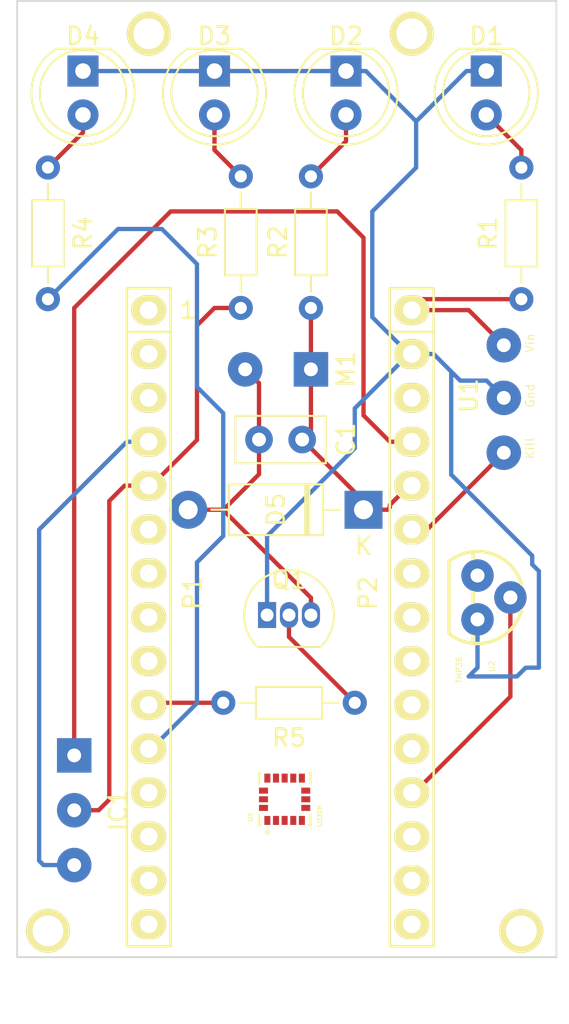
<source format=kicad_pcb>
(kicad_pcb (version 20171130) (host pcbnew "(5.0.2)-1")

  (general
    (thickness 1.6)
    (drawings 20)
    (tracks 106)
    (zones 0)
    (modules 23)
    (nets 49)
  )

  (page A4)
  (title_block
    (date "jeu. 02 avril 2015")
  )

  (layers
    (0 F.Cu signal)
    (31 B.Cu signal)
    (32 B.Adhes user)
    (33 F.Adhes user)
    (34 B.Paste user)
    (35 F.Paste user)
    (36 B.SilkS user)
    (37 F.SilkS user)
    (38 B.Mask user)
    (39 F.Mask user)
    (40 Dwgs.User user)
    (41 Cmts.User user)
    (42 Eco1.User user)
    (43 Eco2.User user)
    (44 Edge.Cuts user)
    (45 Margin user)
    (46 B.CrtYd user)
    (47 F.CrtYd user)
    (48 B.Fab user)
    (49 F.Fab user)
  )

  (setup
    (last_trace_width 0.25)
    (trace_clearance 0.2)
    (zone_clearance 0.508)
    (zone_45_only no)
    (trace_min 0.2)
    (segment_width 0.15)
    (edge_width 0.1)
    (via_size 0.6)
    (via_drill 0.4)
    (via_min_size 0.4)
    (via_min_drill 0.3)
    (uvia_size 0.3)
    (uvia_drill 0.1)
    (uvias_allowed no)
    (uvia_min_size 0.2)
    (uvia_min_drill 0.1)
    (pcb_text_width 0.3)
    (pcb_text_size 1.5 1.5)
    (mod_edge_width 0.15)
    (mod_text_size 1 1)
    (mod_text_width 0.15)
    (pad_size 1.5 1.5)
    (pad_drill 0.6)
    (pad_to_mask_clearance 0)
    (solder_mask_min_width 0.25)
    (aux_axis_origin 138.176 110.617)
    (visible_elements 7FFFFFFF)
    (pcbplotparams
      (layerselection 0x00030_80000001)
      (usegerberextensions false)
      (usegerberattributes false)
      (usegerberadvancedattributes false)
      (creategerberjobfile false)
      (excludeedgelayer true)
      (linewidth 0.100000)
      (plotframeref false)
      (viasonmask false)
      (mode 1)
      (useauxorigin false)
      (hpglpennumber 1)
      (hpglpenspeed 20)
      (hpglpendiameter 15.000000)
      (psnegative false)
      (psa4output false)
      (plotreference true)
      (plotvalue true)
      (plotinvisibletext false)
      (padsonsilk false)
      (subtractmaskfromsilk false)
      (outputformat 1)
      (mirror false)
      (drillshape 1)
      (scaleselection 1)
      (outputdirectory ""))
  )

  (net 0 "")
  (net 1 "/1(Tx)")
  (net 2 "/0(Rx)")
  (net 3 /Reset)
  (net 4 GND)
  (net 5 /2)
  (net 6 "/3(**)")
  (net 7 /4)
  (net 8 "/5(**)")
  (net 9 "/6(**)")
  (net 10 /7)
  (net 11 /8)
  (net 12 "/9(**)")
  (net 13 "/10(**/SS)")
  (net 14 /Vin)
  (net 15 +5V)
  (net 16 /A7)
  (net 17 /A6)
  (net 18 /A5)
  (net 19 /A4)
  (net 20 /A3)
  (net 21 /A2)
  (net 22 /A1)
  (net 23 /A0)
  (net 24 /AREF)
  (net 25 "/13(SCK)")
  (net 26 "Net-(P3-Pad1)")
  (net 27 "Net-(P4-Pad1)")
  (net 28 "Net-(P5-Pad1)")
  (net 29 "Net-(P6-Pad1)")
  (net 30 +3V3)
  (net 31 "/11(**/MOSI)")
  (net 32 "/12(MISO)")
  (net 33 "Net-(C1-Pad2)")
  (net 34 "Net-(D1-Pad2)")
  (net 35 "Net-(D2-Pad2)")
  (net 36 "Net-(D3-Pad2)")
  (net 37 "Net-(D4-Pad2)")
  (net 38 "Net-(Q1-Pad2)")
  (net 39 "Net-(U3-Pad1)")
  (net 40 "Net-(U3-Pad7)")
  (net 41 "Net-(U3-Pad8)")
  (net 42 "Net-(U3-Pad9)")
  (net 43 "Net-(U3-Pad10)")
  (net 44 "Net-(U3-Pad11)")
  (net 45 "Net-(U3-Pad12)")
  (net 46 "Net-(U3-Pad13)")
  (net 47 "Net-(U3-Pad15)")
  (net 48 "Net-(U3-Pad16)")

  (net_class Default "This is the default net class."
    (clearance 0.2)
    (trace_width 0.25)
    (via_dia 0.6)
    (via_drill 0.4)
    (uvia_dia 0.3)
    (uvia_drill 0.1)
    (add_net +3V3)
    (add_net +5V)
    (add_net "/0(Rx)")
    (add_net "/1(Tx)")
    (add_net "/10(**/SS)")
    (add_net "/11(**/MOSI)")
    (add_net "/12(MISO)")
    (add_net "/13(SCK)")
    (add_net /2)
    (add_net "/3(**)")
    (add_net /4)
    (add_net "/5(**)")
    (add_net "/6(**)")
    (add_net /7)
    (add_net /8)
    (add_net "/9(**)")
    (add_net /A0)
    (add_net /A1)
    (add_net /A2)
    (add_net /A3)
    (add_net /A4)
    (add_net /A5)
    (add_net /A6)
    (add_net /A7)
    (add_net /AREF)
    (add_net /Reset)
    (add_net /Vin)
    (add_net GND)
    (add_net "Net-(C1-Pad2)")
    (add_net "Net-(D1-Pad2)")
    (add_net "Net-(D2-Pad2)")
    (add_net "Net-(D3-Pad2)")
    (add_net "Net-(D4-Pad2)")
    (add_net "Net-(P3-Pad1)")
    (add_net "Net-(P4-Pad1)")
    (add_net "Net-(P5-Pad1)")
    (add_net "Net-(P6-Pad1)")
    (add_net "Net-(Q1-Pad2)")
    (add_net "Net-(U3-Pad1)")
    (add_net "Net-(U3-Pad10)")
    (add_net "Net-(U3-Pad11)")
    (add_net "Net-(U3-Pad12)")
    (add_net "Net-(U3-Pad13)")
    (add_net "Net-(U3-Pad15)")
    (add_net "Net-(U3-Pad16)")
    (add_net "Net-(U3-Pad7)")
    (add_net "Net-(U3-Pad8)")
    (add_net "Net-(U3-Pad9)")
  )

  (module LIS3DH:PQFN50P300X300X100-16N (layer F.Cu) (tedit 0) (tstamp 5C58D425)
    (at 153.416 101.473 90)
    (path /5C4B9E27)
    (attr smd)
    (fp_text reference U3 (at -1.04153 -1.97664 90) (layer F.SilkS)
      (effects (font (size 0.240029 0.240029) (thickness 0.05)))
    )
    (fp_text value LIS3DH (at -0.968505 2.02965 90) (layer F.SilkS)
      (effects (font (size 0.240124 0.240124) (thickness 0.05)))
    )
    (fp_line (start -1.5 -1.5) (end 1.5 -1.5) (layer Dwgs.User) (width 0.127))
    (fp_line (start 1.5 -1.5) (end 1.5 1.5) (layer Dwgs.User) (width 0.127))
    (fp_line (start 1.5 1.5) (end -1.5 1.5) (layer Dwgs.User) (width 0.127))
    (fp_line (start -1.5 1.5) (end -1.5 -1.5) (layer Dwgs.User) (width 0.127))
    (fp_line (start -1.775 -1.775) (end 1.775 -1.775) (layer Eco1.User) (width 0.05))
    (fp_line (start 1.775 -1.775) (end 1.775 1.775) (layer Eco1.User) (width 0.05))
    (fp_line (start 1.775 1.775) (end -1.775 1.775) (layer Eco1.User) (width 0.05))
    (fp_line (start -1.775 1.775) (end -1.775 -1.775) (layer Eco1.User) (width 0.05))
    (fp_circle (center -1.903 -0.98) (end -1.803 -0.98) (layer F.SilkS) (width 0.1))
    (fp_line (start -1.5 -1.4) (end -1.5 -1.5) (layer F.SilkS) (width 0.127))
    (fp_line (start -1.5 -1.5) (end -0.9 -1.5) (layer F.SilkS) (width 0.127))
    (fp_line (start 0.9 -1.5) (end 1.5 -1.5) (layer F.SilkS) (width 0.127))
    (fp_line (start 1.5 -1.5) (end 1.5 -1.4) (layer F.SilkS) (width 0.127))
    (fp_line (start -1.5 1.4) (end -1.5 1.5) (layer F.SilkS) (width 0.127))
    (fp_line (start -1.5 1.5) (end -0.9 1.5) (layer F.SilkS) (width 0.127))
    (fp_line (start 0.9 1.5) (end 1.5 1.5) (layer F.SilkS) (width 0.127))
    (fp_line (start 1.5 1.5) (end 1.5 1.4) (layer F.SilkS) (width 0.127))
    (pad 1 smd rect (at -1.225 -1 90) (size 0.52 0.35) (layers F.Cu F.Paste F.Mask)
      (net 39 "Net-(U3-Pad1)"))
    (pad 2 smd rect (at -1.225 -0.5 90) (size 0.52 0.35) (layers F.Cu F.Paste F.Mask))
    (pad 3 smd rect (at -1.225 0 90) (size 0.52 0.35) (layers F.Cu F.Paste F.Mask))
    (pad 4 smd rect (at -1.225 0.5 90) (size 0.52 0.35) (layers F.Cu F.Paste F.Mask)
      (net 18 /A5))
    (pad 5 smd rect (at -1.225 1 90) (size 0.52 0.35) (layers F.Cu F.Paste F.Mask)
      (net 4 GND))
    (pad 6 smd rect (at -0.5 1.225 180) (size 0.52 0.35) (layers F.Cu F.Paste F.Mask)
      (net 19 /A4))
    (pad 7 smd rect (at 0 1.225 180) (size 0.52 0.35) (layers F.Cu F.Paste F.Mask)
      (net 40 "Net-(U3-Pad7)"))
    (pad 8 smd rect (at 0.5 1.225 180) (size 0.52 0.35) (layers F.Cu F.Paste F.Mask)
      (net 41 "Net-(U3-Pad8)"))
    (pad 9 smd rect (at 1.225 1 270) (size 0.52 0.35) (layers F.Cu F.Paste F.Mask)
      (net 42 "Net-(U3-Pad9)"))
    (pad 10 smd rect (at 1.225 0.5 270) (size 0.52 0.35) (layers F.Cu F.Paste F.Mask)
      (net 43 "Net-(U3-Pad10)"))
    (pad 11 smd rect (at 1.225 0 270) (size 0.52 0.35) (layers F.Cu F.Paste F.Mask)
      (net 44 "Net-(U3-Pad11)"))
    (pad 12 smd rect (at 1.225 -0.5 270) (size 0.52 0.35) (layers F.Cu F.Paste F.Mask)
      (net 45 "Net-(U3-Pad12)"))
    (pad 13 smd rect (at 1.225 -1 270) (size 0.52 0.35) (layers F.Cu F.Paste F.Mask)
      (net 46 "Net-(U3-Pad13)"))
    (pad 14 smd rect (at 0.5 -1.225 180) (size 0.52 0.35) (layers F.Cu F.Paste F.Mask)
      (net 15 +5V))
    (pad 15 smd rect (at 0 -1.225 180) (size 0.52 0.35) (layers F.Cu F.Paste F.Mask)
      (net 47 "Net-(U3-Pad15)"))
    (pad 16 smd rect (at -0.5 -1.225 180) (size 0.52 0.35) (layers F.Cu F.Paste F.Mask)
      (net 48 "Net-(U3-Pad16)"))
  )

  (module 1400:SolderWirePad_3holes_1x03_P3.175mm_Drill0.8mm (layer F.Cu) (tedit 5C4CDA28) (tstamp 5C58D3E5)
    (at 166.116 75.057 270)
    (descr "Wire solder connection")
    (tags connector)
    (path /5C4D7E3E)
    (attr virtual)
    (fp_text reference U1 (at 3.048 2.032 270) (layer F.SilkS)
      (effects (font (size 1 1) (thickness 0.15)))
    )
    (fp_text value SW_PWR_BTN (at 3.175 2.54 270) (layer F.Fab)
      (effects (font (size 1 1) (thickness 0.15)))
    )
    (fp_text user %R (at 3.175 0 270) (layer F.Fab)
      (effects (font (size 1 1) (thickness 0.15)))
    )
    (fp_line (start -1.49 -1.5) (end 7.85 -1.5) (layer F.CrtYd) (width 0.05))
    (fp_line (start -1.49 -1.5) (end -1.49 1.5) (layer F.CrtYd) (width 0.05))
    (fp_line (start 7.85 1.5) (end 7.85 -1.5) (layer F.CrtYd) (width 0.05))
    (fp_line (start 7.85 1.5) (end -1.49 1.5) (layer F.CrtYd) (width 0.05))
    (fp_text user Vin (at 0 -1.524 270) (layer F.SilkS)
      (effects (font (size 0.5 0.5) (thickness 0.065)))
    )
    (fp_text user Gnd (at 3.048 -1.524 270) (layer F.SilkS)
      (effects (font (size 0.5 0.5) (thickness 0.065)))
    )
    (fp_text user Kill (at 6.096 -1.524 270) (layer F.SilkS)
      (effects (font (size 0.5 0.5) (thickness 0.065)))
    )
    (pad 3 thru_hole circle (at 3.175 0 270) (size 1.99898 1.99898) (drill 0.8001) (layers *.Cu *.Mask)
      (net 4 GND))
    (pad 4 thru_hole circle (at 6.35 0 270) (size 1.99898 1.99898) (drill 0.8001) (layers *.Cu *.Mask)
      (net 17 /A6))
    (pad 2 thru_hole circle (at 0.127 0 270) (size 1.99898 1.99898) (drill 0.8001) (layers *.Cu *.Mask)
      (net 14 /Vin))
  )

  (module MB1010:SolderWirePad_1x03_P3.175mm_Drill0.8mm (layer F.Cu) (tedit 5C4CC8D2) (tstamp 5C58D3C1)
    (at 141.224 98.933 270)
    (descr "Wire solder connection")
    (tags connector)
    (path /5C435EDE)
    (attr virtual)
    (fp_text reference IC1 (at 3.175 -2.54 270) (layer F.SilkS)
      (effects (font (size 1 1) (thickness 0.15)))
    )
    (fp_text value MB1010-000 (at 3.175 2.54 270) (layer F.Fab)
      (effects (font (size 1 1) (thickness 0.15)))
    )
    (fp_text user %R (at 3.175 0 270) (layer F.Fab)
      (effects (font (size 1 1) (thickness 0.15)))
    )
    (fp_line (start -1.49 -1.5) (end 7.85 -1.5) (layer F.CrtYd) (width 0.05))
    (fp_line (start -1.49 -1.5) (end -1.49 1.5) (layer F.CrtYd) (width 0.05))
    (fp_line (start 7.85 1.5) (end 7.85 -1.5) (layer F.CrtYd) (width 0.05))
    (fp_line (start 7.85 1.5) (end -1.49 1.5) (layer F.CrtYd) (width 0.05))
    (pad 6 thru_hole rect (at 0 0 270) (size 1.99898 1.99898) (drill 0.8001) (layers *.Cu *.Mask)
      (net 15 +5V))
    (pad 2 thru_hole circle (at 3.175 0 270) (size 1.99898 1.99898) (drill 0.8001) (layers *.Cu *.Mask)
      (net 5 /2))
    (pad 7 thru_hole circle (at 6.35 0 270) (size 1.99898 1.99898) (drill 0.8001) (layers *.Cu *.Mask)
      (net 4 GND))
  )

  (module TMP36:TO-92 (layer F.Cu) (tedit 0) (tstamp 5C58D4D0)
    (at 164.592 89.789 270)
    (descr "<b>TO 92</b>")
    (path /5C4BDF96)
    (fp_text reference U2 (at 3.98836 -0.838318 270) (layer F.SilkS)
      (effects (font (size 0.320045 0.320045) (thickness 0.05)))
    )
    (fp_text value TMP36 (at 4.19641 1.06818 270) (layer F.SilkS)
      (effects (font (size 0.320413 0.320413) (thickness 0.05)))
    )
    (fp_arc (start -0.000001 0.000003) (end -0.7863 -2.5485) (angle -111) (layer F.SilkS) (width 0.2032))
    (fp_arc (start 0.000012 0.000011) (end 2.0945 1.651) (angle -111.1) (layer F.SilkS) (width 0.2032))
    (fp_line (start -2.0945 1.651) (end 2.0945 1.651) (layer F.SilkS) (width 0.2032))
    (fp_line (start -2.6549 0.254) (end -2.2537 0.254) (layer F.SilkS) (width 0.2032))
    (fp_line (start -0.2863 0.254) (end 0.2863 0.254) (layer F.SilkS) (width 0.2032))
    (fp_line (start 2.2537 0.254) (end 2.6549 0.254) (layer F.SilkS) (width 0.2032))
    (pad 3 thru_hole circle (at 1.27 0 270) (size 1.8796 1.8796) (drill 0.8128) (layers *.Cu *.Mask)
      (net 4 GND))
    (pad 2 thru_hole circle (at 0 -1.905 270) (size 1.8796 1.8796) (drill 0.8128) (layers *.Cu *.Mask)
      (net 23 /A0))
    (pad 1 thru_hole circle (at -1.27 0 270) (size 1.8796 1.8796) (drill 0.8128) (layers *.Cu *.Mask)
      (net 15 +5V))
  )

  (module Socket_Arduino_Nano:Socket_Strip_Arduino_1x15 (layer F.Cu) (tedit 552169C6) (tstamp 5C58D48A)
    (at 145.542 73.152 270)
    (descr "Through hole socket strip")
    (tags "socket strip")
    (path /56D73FAC)
    (fp_text reference P1 (at 16.383 -2.54 270) (layer F.SilkS)
      (effects (font (size 1 1) (thickness 0.15)))
    )
    (fp_text value Digital (at 20.193 -2.54 270) (layer F.Fab)
      (effects (font (size 1 1) (thickness 0.15)))
    )
    (fp_line (start 1.27 -1.27) (end -1.27 -1.27) (layer F.SilkS) (width 0.15))
    (fp_line (start -1.27 -1.27) (end -1.27 1.27) (layer F.SilkS) (width 0.15))
    (fp_line (start -1.27 1.27) (end 1.27 1.27) (layer F.SilkS) (width 0.15))
    (fp_line (start -1.75 -1.75) (end -1.75 1.75) (layer F.CrtYd) (width 0.05))
    (fp_line (start 37.35 -1.75) (end 37.35 1.75) (layer F.CrtYd) (width 0.05))
    (fp_line (start -1.75 -1.75) (end 37.35 -1.75) (layer F.CrtYd) (width 0.05))
    (fp_line (start -1.75 1.75) (end 37.35 1.75) (layer F.CrtYd) (width 0.05))
    (fp_line (start 1.27 -1.27) (end 36.83 -1.27) (layer F.SilkS) (width 0.15))
    (fp_line (start 36.83 -1.27) (end 36.83 1.27) (layer F.SilkS) (width 0.15))
    (fp_line (start 36.83 1.27) (end 1.27 1.27) (layer F.SilkS) (width 0.15))
    (fp_line (start 1.27 1.27) (end 1.27 -1.27) (layer F.SilkS) (width 0.15))
    (pad 1 thru_hole oval (at 0 0 270) (size 1.7272 2.032) (drill 1.016) (layers *.Cu *.Mask F.SilkS)
      (net 1 "/1(Tx)"))
    (pad 2 thru_hole oval (at 2.54 0 270) (size 1.7272 2.032) (drill 1.016) (layers *.Cu *.Mask F.SilkS)
      (net 2 "/0(Rx)"))
    (pad 3 thru_hole oval (at 5.08 0 270) (size 1.7272 2.032) (drill 1.016) (layers *.Cu *.Mask F.SilkS)
      (net 3 /Reset))
    (pad 4 thru_hole oval (at 7.62 0 270) (size 1.7272 2.032) (drill 1.016) (layers *.Cu *.Mask F.SilkS)
      (net 4 GND))
    (pad 5 thru_hole oval (at 10.16 0 270) (size 1.7272 2.032) (drill 1.016) (layers *.Cu *.Mask F.SilkS)
      (net 5 /2))
    (pad 6 thru_hole oval (at 12.7 0 270) (size 1.7272 2.032) (drill 1.016) (layers *.Cu *.Mask F.SilkS)
      (net 6 "/3(**)"))
    (pad 7 thru_hole oval (at 15.24 0 270) (size 1.7272 2.032) (drill 1.016) (layers *.Cu *.Mask F.SilkS)
      (net 7 /4))
    (pad 8 thru_hole oval (at 17.78 0 270) (size 1.7272 2.032) (drill 1.016) (layers *.Cu *.Mask F.SilkS)
      (net 8 "/5(**)"))
    (pad 9 thru_hole oval (at 20.32 0 270) (size 1.7272 2.032) (drill 1.016) (layers *.Cu *.Mask F.SilkS)
      (net 9 "/6(**)"))
    (pad 10 thru_hole oval (at 22.86 0 270) (size 1.7272 2.032) (drill 1.016) (layers *.Cu *.Mask F.SilkS)
      (net 10 /7))
    (pad 11 thru_hole oval (at 25.4 0 270) (size 1.7272 2.032) (drill 1.016) (layers *.Cu *.Mask F.SilkS)
      (net 11 /8))
    (pad 12 thru_hole oval (at 27.94 0 270) (size 1.7272 2.032) (drill 1.016) (layers *.Cu *.Mask F.SilkS)
      (net 12 "/9(**)"))
    (pad 13 thru_hole oval (at 30.48 0 270) (size 1.7272 2.032) (drill 1.016) (layers *.Cu *.Mask F.SilkS)
      (net 13 "/10(**/SS)"))
    (pad 14 thru_hole oval (at 33.02 0 270) (size 1.7272 2.032) (drill 1.016) (layers *.Cu *.Mask F.SilkS)
      (net 31 "/11(**/MOSI)"))
    (pad 15 thru_hole oval (at 35.56 0 270) (size 1.7272 2.032) (drill 1.016) (layers *.Cu *.Mask F.SilkS)
      (net 32 "/12(MISO)"))
    (model ${KIPRJMOD}/Socket_Arduino_Nano.3dshapes/Socket_header_Arduino_1x15.wrl
      (offset (xyz 17.77999973297119 0 0))
      (scale (xyz 1 1 1))
      (rotate (xyz 0 0 180))
    )
  )

  (module Socket_Arduino_Nano:Socket_Strip_Arduino_1x15 (layer F.Cu) (tedit 552169D3) (tstamp 5C58D2DA)
    (at 160.782 73.152 270)
    (descr "Through hole socket strip")
    (tags "socket strip")
    (path /56D740C7)
    (fp_text reference P2 (at 16.383 2.54 270) (layer F.SilkS)
      (effects (font (size 1 1) (thickness 0.15)))
    )
    (fp_text value Analog (at 20.193 2.54 270) (layer F.Fab)
      (effects (font (size 1 1) (thickness 0.15)))
    )
    (fp_line (start 1.27 -1.27) (end -1.27 -1.27) (layer F.SilkS) (width 0.15))
    (fp_line (start -1.27 -1.27) (end -1.27 1.27) (layer F.SilkS) (width 0.15))
    (fp_line (start -1.27 1.27) (end 1.27 1.27) (layer F.SilkS) (width 0.15))
    (fp_line (start -1.75 -1.75) (end -1.75 1.75) (layer F.CrtYd) (width 0.05))
    (fp_line (start 37.35 -1.75) (end 37.35 1.75) (layer F.CrtYd) (width 0.05))
    (fp_line (start -1.75 -1.75) (end 37.35 -1.75) (layer F.CrtYd) (width 0.05))
    (fp_line (start -1.75 1.75) (end 37.35 1.75) (layer F.CrtYd) (width 0.05))
    (fp_line (start 1.27 -1.27) (end 36.83 -1.27) (layer F.SilkS) (width 0.15))
    (fp_line (start 36.83 -1.27) (end 36.83 1.27) (layer F.SilkS) (width 0.15))
    (fp_line (start 36.83 1.27) (end 1.27 1.27) (layer F.SilkS) (width 0.15))
    (fp_line (start 1.27 1.27) (end 1.27 -1.27) (layer F.SilkS) (width 0.15))
    (pad 1 thru_hole oval (at 0 0 270) (size 1.7272 2.032) (drill 1.016) (layers *.Cu *.Mask F.SilkS)
      (net 14 /Vin))
    (pad 2 thru_hole oval (at 2.54 0 270) (size 1.7272 2.032) (drill 1.016) (layers *.Cu *.Mask F.SilkS)
      (net 4 GND))
    (pad 3 thru_hole oval (at 5.08 0 270) (size 1.7272 2.032) (drill 1.016) (layers *.Cu *.Mask F.SilkS)
      (net 3 /Reset))
    (pad 4 thru_hole oval (at 7.62 0 270) (size 1.7272 2.032) (drill 1.016) (layers *.Cu *.Mask F.SilkS)
      (net 15 +5V))
    (pad 5 thru_hole oval (at 10.16 0 270) (size 1.7272 2.032) (drill 1.016) (layers *.Cu *.Mask F.SilkS)
      (net 16 /A7))
    (pad 6 thru_hole oval (at 12.7 0 270) (size 1.7272 2.032) (drill 1.016) (layers *.Cu *.Mask F.SilkS)
      (net 17 /A6))
    (pad 7 thru_hole oval (at 15.24 0 270) (size 1.7272 2.032) (drill 1.016) (layers *.Cu *.Mask F.SilkS)
      (net 18 /A5))
    (pad 8 thru_hole oval (at 17.78 0 270) (size 1.7272 2.032) (drill 1.016) (layers *.Cu *.Mask F.SilkS)
      (net 19 /A4))
    (pad 9 thru_hole oval (at 20.32 0 270) (size 1.7272 2.032) (drill 1.016) (layers *.Cu *.Mask F.SilkS)
      (net 20 /A3))
    (pad 10 thru_hole oval (at 22.86 0 270) (size 1.7272 2.032) (drill 1.016) (layers *.Cu *.Mask F.SilkS)
      (net 21 /A2))
    (pad 11 thru_hole oval (at 25.4 0 270) (size 1.7272 2.032) (drill 1.016) (layers *.Cu *.Mask F.SilkS)
      (net 22 /A1))
    (pad 12 thru_hole oval (at 27.94 0 270) (size 1.7272 2.032) (drill 1.016) (layers *.Cu *.Mask F.SilkS)
      (net 23 /A0))
    (pad 13 thru_hole oval (at 30.48 0 270) (size 1.7272 2.032) (drill 1.016) (layers *.Cu *.Mask F.SilkS)
      (net 24 /AREF))
    (pad 14 thru_hole oval (at 33.02 0 270) (size 1.7272 2.032) (drill 1.016) (layers *.Cu *.Mask F.SilkS)
      (net 30 +3V3))
    (pad 15 thru_hole oval (at 35.56 0 270) (size 1.7272 2.032) (drill 1.016) (layers *.Cu *.Mask F.SilkS)
      (net 25 "/13(SCK)"))
    (model ${KIPRJMOD}/Socket_Arduino_Nano.3dshapes/Socket_header_Arduino_1x15.wrl
      (offset (xyz 17.77999973297119 0 0))
      (scale (xyz 1 1 1))
      (rotate (xyz 0 0 180))
    )
  )

  (module Socket_Arduino_Nano:1pin_Nano (layer F.Cu) (tedit 5521156E) (tstamp 5C58D05A)
    (at 145.542 57.15)
    (descr "module 1 pin (ou trou mecanique de percage)")
    (tags DEV)
    (path /56D73ADD)
    (fp_text reference P3 (at 0 -2.032) (layer F.SilkS) hide
      (effects (font (size 1 1) (thickness 0.15)))
    )
    (fp_text value CONN_01X01 (at 0 2.032) (layer F.Fab) hide
      (effects (font (size 1 1) (thickness 0.15)))
    )
    (pad 1 thru_hole circle (at 0 0) (size 2.54 2.54) (drill 1.778) (layers *.Cu *.Mask F.SilkS)
      (net 26 "Net-(P3-Pad1)"))
  )

  (module Socket_Arduino_Nano:1pin_Nano (layer F.Cu) (tedit 55211594) (tstamp 5C58D0B4)
    (at 139.7 109.093)
    (descr "module 1 pin (ou trou mecanique de percage)")
    (tags DEV)
    (path /56D73D86)
    (fp_text reference P4 (at 0 -2.032) (layer F.SilkS) hide
      (effects (font (size 1 1) (thickness 0.15)))
    )
    (fp_text value CONN_01X01 (at 0 2.032) (layer F.Fab) hide
      (effects (font (size 1 1) (thickness 0.15)))
    )
    (pad 1 thru_hole circle (at 0 0) (size 2.54 2.54) (drill 1.778) (layers *.Cu *.Mask F.SilkS)
      (net 27 "Net-(P4-Pad1)"))
  )

  (module Socket_Arduino_Nano:1pin_Nano (layer F.Cu) (tedit 552115A5) (tstamp 5C58D27F)
    (at 167.132 109.093)
    (descr "module 1 pin (ou trou mecanique de percage)")
    (tags DEV)
    (path /56D73DAE)
    (fp_text reference P5 (at 0 -2.032) (layer F.SilkS) hide
      (effects (font (size 1 1) (thickness 0.15)))
    )
    (fp_text value CONN_01X01 (at 0 2.032) (layer F.Fab) hide
      (effects (font (size 1 1) (thickness 0.15)))
    )
    (pad 1 thru_hole circle (at 0 0) (size 2.54 2.54) (drill 1.778) (layers *.Cu *.Mask F.SilkS)
      (net 28 "Net-(P5-Pad1)"))
  )

  (module Socket_Arduino_Nano:1pin_Nano (layer F.Cu) (tedit 552115BD) (tstamp 5C58D0A8)
    (at 160.782 57.15)
    (descr "module 1 pin (ou trou mecanique de percage)")
    (tags DEV)
    (path /56D73DD9)
    (fp_text reference P6 (at 0 -2.032) (layer F.SilkS) hide
      (effects (font (size 1 1) (thickness 0.15)))
    )
    (fp_text value CONN_01X01 (at 0 2.032) (layer F.Fab) hide
      (effects (font (size 1 1) (thickness 0.15)))
    )
    (pad 1 thru_hole circle (at 0 0) (size 2.54 2.54) (drill 1.778) (layers *.Cu *.Mask F.SilkS)
      (net 29 "Net-(P6-Pad1)"))
  )

  (module Capacitor_THT:C_Disc_D5.0mm_W2.5mm_P2.50mm (layer F.Cu) (tedit 5AE50EF0) (tstamp 5C58D299)
    (at 154.432 80.645 180)
    (descr "C, Disc series, Radial, pin pitch=2.50mm, , diameter*width=5*2.5mm^2, Capacitor, http://cdn-reichelt.de/documents/datenblatt/B300/DS_KERKO_TC.pdf")
    (tags "C Disc series Radial pin pitch 2.50mm  diameter 5mm width 2.5mm Capacitor")
    (path /5C400F3A)
    (fp_text reference C1 (at -2.54 0 270) (layer F.SilkS)
      (effects (font (size 1 1) (thickness 0.15)))
    )
    (fp_text value "0.1 uF" (at 1.25 2.5 180) (layer F.Fab)
      (effects (font (size 1 1) (thickness 0.15)))
    )
    (fp_line (start -1.25 -1.25) (end -1.25 1.25) (layer F.Fab) (width 0.1))
    (fp_line (start -1.25 1.25) (end 3.75 1.25) (layer F.Fab) (width 0.1))
    (fp_line (start 3.75 1.25) (end 3.75 -1.25) (layer F.Fab) (width 0.1))
    (fp_line (start 3.75 -1.25) (end -1.25 -1.25) (layer F.Fab) (width 0.1))
    (fp_line (start -1.37 -1.37) (end 3.87 -1.37) (layer F.SilkS) (width 0.12))
    (fp_line (start -1.37 1.37) (end 3.87 1.37) (layer F.SilkS) (width 0.12))
    (fp_line (start -1.37 -1.37) (end -1.37 1.37) (layer F.SilkS) (width 0.12))
    (fp_line (start 3.87 -1.37) (end 3.87 1.37) (layer F.SilkS) (width 0.12))
    (fp_line (start -1.5 -1.5) (end -1.5 1.5) (layer F.CrtYd) (width 0.05))
    (fp_line (start -1.5 1.5) (end 4 1.5) (layer F.CrtYd) (width 0.05))
    (fp_line (start 4 1.5) (end 4 -1.5) (layer F.CrtYd) (width 0.05))
    (fp_line (start 4 -1.5) (end -1.5 -1.5) (layer F.CrtYd) (width 0.05))
    (fp_text user %R (at 1.25 0 180) (layer F.Fab)
      (effects (font (size 1 1) (thickness 0.15)))
    )
    (pad 1 thru_hole circle (at 0 0 180) (size 1.6 1.6) (drill 0.8) (layers *.Cu *.Mask)
      (net 16 /A7))
    (pad 2 thru_hole circle (at 2.5 0 180) (size 1.6 1.6) (drill 0.8) (layers *.Cu *.Mask)
      (net 33 "Net-(C1-Pad2)"))
    (model ${KISYS3DMOD}/Capacitor_THT.3dshapes/C_Disc_D5.0mm_W2.5mm_P2.50mm.wrl
      (at (xyz 0 0 0))
      (scale (xyz 1 1 1))
      (rotate (xyz 0 0 0))
    )
  )

  (module LED_THT:LED_D5.0mm (layer F.Cu) (tedit 5995936A) (tstamp 5C58D10F)
    (at 165.1 59.309 270)
    (descr "LED, diameter 5.0mm, 2 pins, http://cdn-reichelt.de/documents/datenblatt/A500/LL-504BC2E-009.pdf")
    (tags "LED diameter 5.0mm 2 pins")
    (path /5C3DBD7B)
    (fp_text reference D1 (at -2.032 0) (layer F.SilkS)
      (effects (font (size 1 1) (thickness 0.15)))
    )
    (fp_text value PWR_GREEN (at 1.27 3.96 270) (layer F.Fab)
      (effects (font (size 1 1) (thickness 0.15)))
    )
    (fp_arc (start 1.27 0) (end -1.23 -1.469694) (angle 299.1) (layer F.Fab) (width 0.1))
    (fp_arc (start 1.27 0) (end -1.29 -1.54483) (angle 148.9) (layer F.SilkS) (width 0.12))
    (fp_arc (start 1.27 0) (end -1.29 1.54483) (angle -148.9) (layer F.SilkS) (width 0.12))
    (fp_circle (center 1.27 0) (end 3.77 0) (layer F.Fab) (width 0.1))
    (fp_circle (center 1.27 0) (end 3.77 0) (layer F.SilkS) (width 0.12))
    (fp_line (start -1.23 -1.469694) (end -1.23 1.469694) (layer F.Fab) (width 0.1))
    (fp_line (start -1.29 -1.545) (end -1.29 1.545) (layer F.SilkS) (width 0.12))
    (fp_line (start -1.95 -3.25) (end -1.95 3.25) (layer F.CrtYd) (width 0.05))
    (fp_line (start -1.95 3.25) (end 4.5 3.25) (layer F.CrtYd) (width 0.05))
    (fp_line (start 4.5 3.25) (end 4.5 -3.25) (layer F.CrtYd) (width 0.05))
    (fp_line (start 4.5 -3.25) (end -1.95 -3.25) (layer F.CrtYd) (width 0.05))
    (fp_text user %R (at 1.25 0 270) (layer F.Fab)
      (effects (font (size 0.8 0.8) (thickness 0.2)))
    )
    (pad 1 thru_hole rect (at 0 0 270) (size 1.8 1.8) (drill 0.9) (layers *.Cu *.Mask)
      (net 4 GND))
    (pad 2 thru_hole circle (at 2.54 0 270) (size 1.8 1.8) (drill 0.9) (layers *.Cu *.Mask)
      (net 34 "Net-(D1-Pad2)"))
    (model ${KISYS3DMOD}/LED_THT.3dshapes/LED_D5.0mm.wrl
      (at (xyz 0 0 0))
      (scale (xyz 1 1 1))
      (rotate (xyz 0 0 0))
    )
  )

  (module LED_THT:LED_D5.0mm (layer F.Cu) (tedit 5995936A) (tstamp 5C58D259)
    (at 156.972 59.309 270)
    (descr "LED, diameter 5.0mm, 2 pins, http://cdn-reichelt.de/documents/datenblatt/A500/LL-504BC2E-009.pdf")
    (tags "LED diameter 5.0mm 2 pins")
    (path /5C48AAE1)
    (fp_text reference D2 (at -2.032 0) (layer F.SilkS)
      (effects (font (size 1 1) (thickness 0.15)))
    )
    (fp_text value MTR_RED (at 1.27 3.96 270) (layer F.Fab)
      (effects (font (size 1 1) (thickness 0.15)))
    )
    (fp_text user %R (at 1.25 0 270) (layer F.Fab)
      (effects (font (size 0.8 0.8) (thickness 0.2)))
    )
    (fp_line (start 4.5 -3.25) (end -1.95 -3.25) (layer F.CrtYd) (width 0.05))
    (fp_line (start 4.5 3.25) (end 4.5 -3.25) (layer F.CrtYd) (width 0.05))
    (fp_line (start -1.95 3.25) (end 4.5 3.25) (layer F.CrtYd) (width 0.05))
    (fp_line (start -1.95 -3.25) (end -1.95 3.25) (layer F.CrtYd) (width 0.05))
    (fp_line (start -1.29 -1.545) (end -1.29 1.545) (layer F.SilkS) (width 0.12))
    (fp_line (start -1.23 -1.469694) (end -1.23 1.469694) (layer F.Fab) (width 0.1))
    (fp_circle (center 1.27 0) (end 3.77 0) (layer F.SilkS) (width 0.12))
    (fp_circle (center 1.27 0) (end 3.77 0) (layer F.Fab) (width 0.1))
    (fp_arc (start 1.27 0) (end -1.29 1.54483) (angle -148.9) (layer F.SilkS) (width 0.12))
    (fp_arc (start 1.27 0) (end -1.29 -1.54483) (angle 148.9) (layer F.SilkS) (width 0.12))
    (fp_arc (start 1.27 0) (end -1.23 -1.469694) (angle 299.1) (layer F.Fab) (width 0.1))
    (pad 2 thru_hole circle (at 2.54 0 270) (size 1.8 1.8) (drill 0.9) (layers *.Cu *.Mask)
      (net 35 "Net-(D2-Pad2)"))
    (pad 1 thru_hole rect (at 0 0 270) (size 1.8 1.8) (drill 0.9) (layers *.Cu *.Mask)
      (net 4 GND))
    (model ${KISYS3DMOD}/LED_THT.3dshapes/LED_D5.0mm.wrl
      (at (xyz 0 0 0))
      (scale (xyz 1 1 1))
      (rotate (xyz 0 0 0))
    )
  )

  (module LED_THT:LED_D5.0mm (layer F.Cu) (tedit 5995936A) (tstamp 5C58D034)
    (at 149.352 59.309 270)
    (descr "LED, diameter 5.0mm, 2 pins, http://cdn-reichelt.de/documents/datenblatt/A500/LL-504BC2E-009.pdf")
    (tags "LED diameter 5.0mm 2 pins")
    (path /5C48DC8A)
    (fp_text reference D3 (at -2.032 0) (layer F.SilkS)
      (effects (font (size 1 1) (thickness 0.15)))
    )
    (fp_text value USONIC_BLUE (at 1.27 3.96 270) (layer F.Fab)
      (effects (font (size 1 1) (thickness 0.15)))
    )
    (fp_arc (start 1.27 0) (end -1.23 -1.469694) (angle 299.1) (layer F.Fab) (width 0.1))
    (fp_arc (start 1.27 0) (end -1.29 -1.54483) (angle 148.9) (layer F.SilkS) (width 0.12))
    (fp_arc (start 1.27 0) (end -1.29 1.54483) (angle -148.9) (layer F.SilkS) (width 0.12))
    (fp_circle (center 1.27 0) (end 3.77 0) (layer F.Fab) (width 0.1))
    (fp_circle (center 1.27 0) (end 3.77 0) (layer F.SilkS) (width 0.12))
    (fp_line (start -1.23 -1.469694) (end -1.23 1.469694) (layer F.Fab) (width 0.1))
    (fp_line (start -1.29 -1.545) (end -1.29 1.545) (layer F.SilkS) (width 0.12))
    (fp_line (start -1.95 -3.25) (end -1.95 3.25) (layer F.CrtYd) (width 0.05))
    (fp_line (start -1.95 3.25) (end 4.5 3.25) (layer F.CrtYd) (width 0.05))
    (fp_line (start 4.5 3.25) (end 4.5 -3.25) (layer F.CrtYd) (width 0.05))
    (fp_line (start 4.5 -3.25) (end -1.95 -3.25) (layer F.CrtYd) (width 0.05))
    (fp_text user %R (at 1.25 0 270) (layer F.Fab)
      (effects (font (size 0.8 0.8) (thickness 0.2)))
    )
    (pad 1 thru_hole rect (at 0 0 270) (size 1.8 1.8) (drill 0.9) (layers *.Cu *.Mask)
      (net 4 GND))
    (pad 2 thru_hole circle (at 2.54 0 270) (size 1.8 1.8) (drill 0.9) (layers *.Cu *.Mask)
      (net 36 "Net-(D3-Pad2)"))
    (model ${KISYS3DMOD}/LED_THT.3dshapes/LED_D5.0mm.wrl
      (at (xyz 0 0 0))
      (scale (xyz 1 1 1))
      (rotate (xyz 0 0 0))
    )
  )

  (module LED_THT:LED_D5.0mm (layer F.Cu) (tedit 5995936A) (tstamp 5C58D66E)
    (at 141.732 59.309 270)
    (descr "LED, diameter 5.0mm, 2 pins, http://cdn-reichelt.de/documents/datenblatt/A500/LL-504BC2E-009.pdf")
    (tags "LED diameter 5.0mm 2 pins")
    (path /5C48F7B2)
    (fp_text reference D4 (at -2.032 0) (layer F.SilkS)
      (effects (font (size 1 1) (thickness 0.15)))
    )
    (fp_text value TEMP_YELLOW (at 1.27 3.96 270) (layer F.Fab)
      (effects (font (size 1 1) (thickness 0.15)))
    )
    (fp_text user %R (at 1.25 0 270) (layer F.Fab)
      (effects (font (size 0.8 0.8) (thickness 0.2)))
    )
    (fp_line (start 4.5 -3.25) (end -1.95 -3.25) (layer F.CrtYd) (width 0.05))
    (fp_line (start 4.5 3.25) (end 4.5 -3.25) (layer F.CrtYd) (width 0.05))
    (fp_line (start -1.95 3.25) (end 4.5 3.25) (layer F.CrtYd) (width 0.05))
    (fp_line (start -1.95 -3.25) (end -1.95 3.25) (layer F.CrtYd) (width 0.05))
    (fp_line (start -1.29 -1.545) (end -1.29 1.545) (layer F.SilkS) (width 0.12))
    (fp_line (start -1.23 -1.469694) (end -1.23 1.469694) (layer F.Fab) (width 0.1))
    (fp_circle (center 1.27 0) (end 3.77 0) (layer F.SilkS) (width 0.12))
    (fp_circle (center 1.27 0) (end 3.77 0) (layer F.Fab) (width 0.1))
    (fp_arc (start 1.27 0) (end -1.29 1.54483) (angle -148.9) (layer F.SilkS) (width 0.12))
    (fp_arc (start 1.27 0) (end -1.29 -1.54483) (angle 148.9) (layer F.SilkS) (width 0.12))
    (fp_arc (start 1.27 0) (end -1.23 -1.469694) (angle 299.1) (layer F.Fab) (width 0.1))
    (pad 2 thru_hole circle (at 2.54 0 270) (size 1.8 1.8) (drill 0.9) (layers *.Cu *.Mask)
      (net 37 "Net-(D4-Pad2)"))
    (pad 1 thru_hole rect (at 0 0 270) (size 1.8 1.8) (drill 0.9) (layers *.Cu *.Mask)
      (net 4 GND))
    (model ${KISYS3DMOD}/LED_THT.3dshapes/LED_D5.0mm.wrl
      (at (xyz 0 0 0))
      (scale (xyz 1 1 1))
      (rotate (xyz 0 0 0))
    )
  )

  (module Diode_THT:D_DO-41_SOD81_P10.16mm_Horizontal (layer F.Cu) (tedit 5AE50CD5) (tstamp 5C58D332)
    (at 157.988 84.709 180)
    (descr "Diode, DO-41_SOD81 series, Axial, Horizontal, pin pitch=10.16mm, , length*diameter=5.2*2.7mm^2, , http://www.diodes.com/_files/packages/DO-41%20(Plastic).pdf")
    (tags "Diode DO-41_SOD81 series Axial Horizontal pin pitch 10.16mm  length 5.2mm diameter 2.7mm")
    (path /5C401C11)
    (fp_text reference D5 (at 5.08 0 270) (layer F.SilkS)
      (effects (font (size 1 1) (thickness 0.15)))
    )
    (fp_text value 1N4001 (at 5.08 2.47 180) (layer F.Fab)
      (effects (font (size 1 1) (thickness 0.15)))
    )
    (fp_line (start 2.48 -1.35) (end 2.48 1.35) (layer F.Fab) (width 0.1))
    (fp_line (start 2.48 1.35) (end 7.68 1.35) (layer F.Fab) (width 0.1))
    (fp_line (start 7.68 1.35) (end 7.68 -1.35) (layer F.Fab) (width 0.1))
    (fp_line (start 7.68 -1.35) (end 2.48 -1.35) (layer F.Fab) (width 0.1))
    (fp_line (start 0 0) (end 2.48 0) (layer F.Fab) (width 0.1))
    (fp_line (start 10.16 0) (end 7.68 0) (layer F.Fab) (width 0.1))
    (fp_line (start 3.26 -1.35) (end 3.26 1.35) (layer F.Fab) (width 0.1))
    (fp_line (start 3.36 -1.35) (end 3.36 1.35) (layer F.Fab) (width 0.1))
    (fp_line (start 3.16 -1.35) (end 3.16 1.35) (layer F.Fab) (width 0.1))
    (fp_line (start 2.36 -1.47) (end 2.36 1.47) (layer F.SilkS) (width 0.12))
    (fp_line (start 2.36 1.47) (end 7.8 1.47) (layer F.SilkS) (width 0.12))
    (fp_line (start 7.8 1.47) (end 7.8 -1.47) (layer F.SilkS) (width 0.12))
    (fp_line (start 7.8 -1.47) (end 2.36 -1.47) (layer F.SilkS) (width 0.12))
    (fp_line (start 1.34 0) (end 2.36 0) (layer F.SilkS) (width 0.12))
    (fp_line (start 8.82 0) (end 7.8 0) (layer F.SilkS) (width 0.12))
    (fp_line (start 3.26 -1.47) (end 3.26 1.47) (layer F.SilkS) (width 0.12))
    (fp_line (start 3.38 -1.47) (end 3.38 1.47) (layer F.SilkS) (width 0.12))
    (fp_line (start 3.14 -1.47) (end 3.14 1.47) (layer F.SilkS) (width 0.12))
    (fp_line (start -1.35 -1.6) (end -1.35 1.6) (layer F.CrtYd) (width 0.05))
    (fp_line (start -1.35 1.6) (end 11.51 1.6) (layer F.CrtYd) (width 0.05))
    (fp_line (start 11.51 1.6) (end 11.51 -1.6) (layer F.CrtYd) (width 0.05))
    (fp_line (start 11.51 -1.6) (end -1.35 -1.6) (layer F.CrtYd) (width 0.05))
    (fp_text user %R (at 5.47 0 180) (layer F.Fab)
      (effects (font (size 1 1) (thickness 0.15)))
    )
    (fp_text user K (at 0 -2.1 180) (layer F.Fab)
      (effects (font (size 1 1) (thickness 0.15)))
    )
    (fp_text user K (at 0 -2.1 180) (layer F.SilkS)
      (effects (font (size 1 1) (thickness 0.15)))
    )
    (pad 1 thru_hole rect (at 0 0 180) (size 2.2 2.2) (drill 1.1) (layers *.Cu *.Mask)
      (net 16 /A7))
    (pad 2 thru_hole oval (at 10.16 0 180) (size 2.2 2.2) (drill 1.1) (layers *.Cu *.Mask)
      (net 33 "Net-(C1-Pad2)"))
    (model ${KISYS3DMOD}/Diode_THT.3dshapes/D_DO-41_SOD81_P10.16mm_Horizontal.wrl
      (at (xyz 0 0 0))
      (scale (xyz 1 1 1))
      (rotate (xyz 0 0 0))
    )
  )

  (module Connector_Wire:SolderWirePad_1x02_P3.81mm_Drill0.8mm (layer F.Cu) (tedit 5AEE54BF) (tstamp 5C58D234)
    (at 154.94 76.581 180)
    (descr "Wire solder connection")
    (tags connector)
    (path /5C401B0C)
    (attr virtual)
    (fp_text reference M1 (at -2.032 0 270) (layer F.SilkS)
      (effects (font (size 1 1) (thickness 0.15)))
    )
    (fp_text value Motor_DC (at 1.905 2.54 180) (layer F.Fab)
      (effects (font (size 1 1) (thickness 0.15)))
    )
    (fp_text user %R (at 1.905 0 180) (layer F.Fab)
      (effects (font (size 1 1) (thickness 0.15)))
    )
    (fp_line (start -1.49 -1.5) (end 5.31 -1.5) (layer F.CrtYd) (width 0.05))
    (fp_line (start -1.49 -1.5) (end -1.49 1.5) (layer F.CrtYd) (width 0.05))
    (fp_line (start 5.31 1.5) (end 5.31 -1.5) (layer F.CrtYd) (width 0.05))
    (fp_line (start 5.31 1.5) (end -1.49 1.5) (layer F.CrtYd) (width 0.05))
    (pad 1 thru_hole rect (at 0 0 180) (size 1.99898 1.99898) (drill 0.8001) (layers *.Cu *.Mask)
      (net 16 /A7))
    (pad 2 thru_hole circle (at 3.81 0 180) (size 1.99898 1.99898) (drill 0.8001) (layers *.Cu *.Mask)
      (net 33 "Net-(C1-Pad2)"))
  )

  (module Package_TO_SOT_THT:TO-92_Inline (layer F.Cu) (tedit 5A1DD157) (tstamp 5C58D208)
    (at 152.4 90.805)
    (descr "TO-92 leads in-line, narrow, oval pads, drill 0.75mm (see NXP sot054_po.pdf)")
    (tags "to-92 sc-43 sc-43a sot54 PA33 transistor")
    (path /5C3FFE05)
    (fp_text reference Q1 (at 1.27 -2.032) (layer F.SilkS)
      (effects (font (size 1 1) (thickness 0.15)))
    )
    (fp_text value PN2222A (at 1.27 2.79) (layer F.Fab)
      (effects (font (size 1 1) (thickness 0.15)))
    )
    (fp_text user %R (at 1.27 -3.56) (layer F.Fab)
      (effects (font (size 1 1) (thickness 0.15)))
    )
    (fp_line (start -0.53 1.85) (end 3.07 1.85) (layer F.SilkS) (width 0.12))
    (fp_line (start -0.5 1.75) (end 3 1.75) (layer F.Fab) (width 0.1))
    (fp_line (start -1.46 -2.73) (end 4 -2.73) (layer F.CrtYd) (width 0.05))
    (fp_line (start -1.46 -2.73) (end -1.46 2.01) (layer F.CrtYd) (width 0.05))
    (fp_line (start 4 2.01) (end 4 -2.73) (layer F.CrtYd) (width 0.05))
    (fp_line (start 4 2.01) (end -1.46 2.01) (layer F.CrtYd) (width 0.05))
    (fp_arc (start 1.27 0) (end 1.27 -2.48) (angle 135) (layer F.Fab) (width 0.1))
    (fp_arc (start 1.27 0) (end 1.27 -2.6) (angle -135) (layer F.SilkS) (width 0.12))
    (fp_arc (start 1.27 0) (end 1.27 -2.48) (angle -135) (layer F.Fab) (width 0.1))
    (fp_arc (start 1.27 0) (end 1.27 -2.6) (angle 135) (layer F.SilkS) (width 0.12))
    (pad 2 thru_hole oval (at 1.27 0) (size 1.05 1.5) (drill 0.75) (layers *.Cu *.Mask)
      (net 38 "Net-(Q1-Pad2)"))
    (pad 3 thru_hole oval (at 2.54 0) (size 1.05 1.5) (drill 0.75) (layers *.Cu *.Mask)
      (net 33 "Net-(C1-Pad2)"))
    (pad 1 thru_hole rect (at 0 0) (size 1.05 1.5) (drill 0.75) (layers *.Cu *.Mask)
      (net 4 GND))
    (model ${KISYS3DMOD}/Package_TO_SOT_THT.3dshapes/TO-92_Inline.wrl
      (at (xyz 0 0 0))
      (scale (xyz 1 1 1))
      (rotate (xyz 0 0 0))
    )
  )

  (module Resistor_THT:R_Axial_DIN0204_L3.6mm_D1.6mm_P7.62mm_Horizontal (layer F.Cu) (tedit 5AE5139B) (tstamp 5C58D1CB)
    (at 167.132 72.517 90)
    (descr "Resistor, Axial_DIN0204 series, Axial, Horizontal, pin pitch=7.62mm, 0.167W, length*diameter=3.6*1.6mm^2, http://cdn-reichelt.de/documents/datenblatt/B400/1_4W%23YAG.pdf")
    (tags "Resistor Axial_DIN0204 series Axial Horizontal pin pitch 7.62mm 0.167W length 3.6mm diameter 1.6mm")
    (path /5C4DED7D)
    (fp_text reference R1 (at 3.81 -1.92 90) (layer F.SilkS)
      (effects (font (size 1 1) (thickness 0.15)))
    )
    (fp_text value 1K (at 3.81 1.92 90) (layer F.Fab)
      (effects (font (size 1 1) (thickness 0.15)))
    )
    (fp_text user %R (at 3.81 0 270) (layer F.Fab)
      (effects (font (size 0.72 0.72) (thickness 0.108)))
    )
    (fp_line (start 8.57 -1.05) (end -0.95 -1.05) (layer F.CrtYd) (width 0.05))
    (fp_line (start 8.57 1.05) (end 8.57 -1.05) (layer F.CrtYd) (width 0.05))
    (fp_line (start -0.95 1.05) (end 8.57 1.05) (layer F.CrtYd) (width 0.05))
    (fp_line (start -0.95 -1.05) (end -0.95 1.05) (layer F.CrtYd) (width 0.05))
    (fp_line (start 6.68 0) (end 5.73 0) (layer F.SilkS) (width 0.12))
    (fp_line (start 0.94 0) (end 1.89 0) (layer F.SilkS) (width 0.12))
    (fp_line (start 5.73 -0.92) (end 1.89 -0.92) (layer F.SilkS) (width 0.12))
    (fp_line (start 5.73 0.92) (end 5.73 -0.92) (layer F.SilkS) (width 0.12))
    (fp_line (start 1.89 0.92) (end 5.73 0.92) (layer F.SilkS) (width 0.12))
    (fp_line (start 1.89 -0.92) (end 1.89 0.92) (layer F.SilkS) (width 0.12))
    (fp_line (start 7.62 0) (end 5.61 0) (layer F.Fab) (width 0.1))
    (fp_line (start 0 0) (end 2.01 0) (layer F.Fab) (width 0.1))
    (fp_line (start 5.61 -0.8) (end 2.01 -0.8) (layer F.Fab) (width 0.1))
    (fp_line (start 5.61 0.8) (end 5.61 -0.8) (layer F.Fab) (width 0.1))
    (fp_line (start 2.01 0.8) (end 5.61 0.8) (layer F.Fab) (width 0.1))
    (fp_line (start 2.01 -0.8) (end 2.01 0.8) (layer F.Fab) (width 0.1))
    (pad 2 thru_hole oval (at 7.62 0 90) (size 1.4 1.4) (drill 0.7) (layers *.Cu *.Mask)
      (net 34 "Net-(D1-Pad2)"))
    (pad 1 thru_hole circle (at 0 0 90) (size 1.4 1.4) (drill 0.7) (layers *.Cu *.Mask)
      (net 14 /Vin))
    (model ${KISYS3DMOD}/Resistor_THT.3dshapes/R_Axial_DIN0204_L3.6mm_D1.6mm_P7.62mm_Horizontal.wrl
      (at (xyz 0 0 0))
      (scale (xyz 1 1 1))
      (rotate (xyz 0 0 0))
    )
  )

  (module Resistor_THT:R_Axial_DIN0204_L3.6mm_D1.6mm_P7.62mm_Horizontal (layer F.Cu) (tedit 5AE5139B) (tstamp 5C58D189)
    (at 154.94 73.025 90)
    (descr "Resistor, Axial_DIN0204 series, Axial, Horizontal, pin pitch=7.62mm, 0.167W, length*diameter=3.6*1.6mm^2, http://cdn-reichelt.de/documents/datenblatt/B400/1_4W%23YAG.pdf")
    (tags "Resistor Axial_DIN0204 series Axial Horizontal pin pitch 7.62mm 0.167W length 3.6mm diameter 1.6mm")
    (path /5C4DD47F)
    (fp_text reference R2 (at 3.81 -1.92 90) (layer F.SilkS)
      (effects (font (size 1 1) (thickness 0.15)))
    )
    (fp_text value 1K (at 3.81 1.92 90) (layer F.Fab)
      (effects (font (size 1 1) (thickness 0.15)))
    )
    (fp_line (start 2.01 -0.8) (end 2.01 0.8) (layer F.Fab) (width 0.1))
    (fp_line (start 2.01 0.8) (end 5.61 0.8) (layer F.Fab) (width 0.1))
    (fp_line (start 5.61 0.8) (end 5.61 -0.8) (layer F.Fab) (width 0.1))
    (fp_line (start 5.61 -0.8) (end 2.01 -0.8) (layer F.Fab) (width 0.1))
    (fp_line (start 0 0) (end 2.01 0) (layer F.Fab) (width 0.1))
    (fp_line (start 7.62 0) (end 5.61 0) (layer F.Fab) (width 0.1))
    (fp_line (start 1.89 -0.92) (end 1.89 0.92) (layer F.SilkS) (width 0.12))
    (fp_line (start 1.89 0.92) (end 5.73 0.92) (layer F.SilkS) (width 0.12))
    (fp_line (start 5.73 0.92) (end 5.73 -0.92) (layer F.SilkS) (width 0.12))
    (fp_line (start 5.73 -0.92) (end 1.89 -0.92) (layer F.SilkS) (width 0.12))
    (fp_line (start 0.94 0) (end 1.89 0) (layer F.SilkS) (width 0.12))
    (fp_line (start 6.68 0) (end 5.73 0) (layer F.SilkS) (width 0.12))
    (fp_line (start -0.95 -1.05) (end -0.95 1.05) (layer F.CrtYd) (width 0.05))
    (fp_line (start -0.95 1.05) (end 8.57 1.05) (layer F.CrtYd) (width 0.05))
    (fp_line (start 8.57 1.05) (end 8.57 -1.05) (layer F.CrtYd) (width 0.05))
    (fp_line (start 8.57 -1.05) (end -0.95 -1.05) (layer F.CrtYd) (width 0.05))
    (fp_text user %R (at 3.81 0 90) (layer F.Fab)
      (effects (font (size 0.72 0.72) (thickness 0.108)))
    )
    (pad 1 thru_hole circle (at 0 0 90) (size 1.4 1.4) (drill 0.7) (layers *.Cu *.Mask)
      (net 16 /A7))
    (pad 2 thru_hole oval (at 7.62 0 90) (size 1.4 1.4) (drill 0.7) (layers *.Cu *.Mask)
      (net 35 "Net-(D2-Pad2)"))
    (model ${KISYS3DMOD}/Resistor_THT.3dshapes/R_Axial_DIN0204_L3.6mm_D1.6mm_P7.62mm_Horizontal.wrl
      (at (xyz 0 0 0))
      (scale (xyz 1 1 1))
      (rotate (xyz 0 0 0))
    )
  )

  (module Resistor_THT:R_Axial_DIN0204_L3.6mm_D1.6mm_P7.62mm_Horizontal (layer F.Cu) (tedit 5AE5139B) (tstamp 5C58D147)
    (at 150.876 73.025 90)
    (descr "Resistor, Axial_DIN0204 series, Axial, Horizontal, pin pitch=7.62mm, 0.167W, length*diameter=3.6*1.6mm^2, http://cdn-reichelt.de/documents/datenblatt/B400/1_4W%23YAG.pdf")
    (tags "Resistor Axial_DIN0204 series Axial Horizontal pin pitch 7.62mm 0.167W length 3.6mm diameter 1.6mm")
    (path /5C4DBB82)
    (fp_text reference R3 (at 3.81 -1.92 90) (layer F.SilkS)
      (effects (font (size 1 1) (thickness 0.15)))
    )
    (fp_text value 1K (at 3.81 1.92 90) (layer F.Fab)
      (effects (font (size 1 1) (thickness 0.15)))
    )
    (fp_text user %R (at 3.81 0 270) (layer F.Fab)
      (effects (font (size 0.72 0.72) (thickness 0.108)))
    )
    (fp_line (start 8.57 -1.05) (end -0.95 -1.05) (layer F.CrtYd) (width 0.05))
    (fp_line (start 8.57 1.05) (end 8.57 -1.05) (layer F.CrtYd) (width 0.05))
    (fp_line (start -0.95 1.05) (end 8.57 1.05) (layer F.CrtYd) (width 0.05))
    (fp_line (start -0.95 -1.05) (end -0.95 1.05) (layer F.CrtYd) (width 0.05))
    (fp_line (start 6.68 0) (end 5.73 0) (layer F.SilkS) (width 0.12))
    (fp_line (start 0.94 0) (end 1.89 0) (layer F.SilkS) (width 0.12))
    (fp_line (start 5.73 -0.92) (end 1.89 -0.92) (layer F.SilkS) (width 0.12))
    (fp_line (start 5.73 0.92) (end 5.73 -0.92) (layer F.SilkS) (width 0.12))
    (fp_line (start 1.89 0.92) (end 5.73 0.92) (layer F.SilkS) (width 0.12))
    (fp_line (start 1.89 -0.92) (end 1.89 0.92) (layer F.SilkS) (width 0.12))
    (fp_line (start 7.62 0) (end 5.61 0) (layer F.Fab) (width 0.1))
    (fp_line (start 0 0) (end 2.01 0) (layer F.Fab) (width 0.1))
    (fp_line (start 5.61 -0.8) (end 2.01 -0.8) (layer F.Fab) (width 0.1))
    (fp_line (start 5.61 0.8) (end 5.61 -0.8) (layer F.Fab) (width 0.1))
    (fp_line (start 2.01 0.8) (end 5.61 0.8) (layer F.Fab) (width 0.1))
    (fp_line (start 2.01 -0.8) (end 2.01 0.8) (layer F.Fab) (width 0.1))
    (pad 2 thru_hole oval (at 7.62 0 90) (size 1.4 1.4) (drill 0.7) (layers *.Cu *.Mask)
      (net 36 "Net-(D3-Pad2)"))
    (pad 1 thru_hole circle (at 0 0 90) (size 1.4 1.4) (drill 0.7) (layers *.Cu *.Mask)
      (net 5 /2))
    (model ${KISYS3DMOD}/Resistor_THT.3dshapes/R_Axial_DIN0204_L3.6mm_D1.6mm_P7.62mm_Horizontal.wrl
      (at (xyz 0 0 0))
      (scale (xyz 1 1 1))
      (rotate (xyz 0 0 0))
    )
  )

  (module Resistor_THT:R_Axial_DIN0204_L3.6mm_D1.6mm_P7.62mm_Horizontal (layer F.Cu) (tedit 5AE5139B) (tstamp 5C58D0D2)
    (at 139.7 72.517 90)
    (descr "Resistor, Axial_DIN0204 series, Axial, Horizontal, pin pitch=7.62mm, 0.167W, length*diameter=3.6*1.6mm^2, http://cdn-reichelt.de/documents/datenblatt/B400/1_4W%23YAG.pdf")
    (tags "Resistor Axial_DIN0204 series Axial Horizontal pin pitch 7.62mm 0.167W length 3.6mm diameter 1.6mm")
    (path /5C48F7B9)
    (fp_text reference R4 (at 3.81 2.032 90) (layer F.SilkS)
      (effects (font (size 1 1) (thickness 0.15)))
    )
    (fp_text value 1K (at 3.81 1.92 90) (layer F.Fab)
      (effects (font (size 1 1) (thickness 0.15)))
    )
    (fp_line (start 2.01 -0.8) (end 2.01 0.8) (layer F.Fab) (width 0.1))
    (fp_line (start 2.01 0.8) (end 5.61 0.8) (layer F.Fab) (width 0.1))
    (fp_line (start 5.61 0.8) (end 5.61 -0.8) (layer F.Fab) (width 0.1))
    (fp_line (start 5.61 -0.8) (end 2.01 -0.8) (layer F.Fab) (width 0.1))
    (fp_line (start 0 0) (end 2.01 0) (layer F.Fab) (width 0.1))
    (fp_line (start 7.62 0) (end 5.61 0) (layer F.Fab) (width 0.1))
    (fp_line (start 1.89 -0.92) (end 1.89 0.92) (layer F.SilkS) (width 0.12))
    (fp_line (start 1.89 0.92) (end 5.73 0.92) (layer F.SilkS) (width 0.12))
    (fp_line (start 5.73 0.92) (end 5.73 -0.92) (layer F.SilkS) (width 0.12))
    (fp_line (start 5.73 -0.92) (end 1.89 -0.92) (layer F.SilkS) (width 0.12))
    (fp_line (start 0.94 0) (end 1.89 0) (layer F.SilkS) (width 0.12))
    (fp_line (start 6.68 0) (end 5.73 0) (layer F.SilkS) (width 0.12))
    (fp_line (start -0.95 -1.05) (end -0.95 1.05) (layer F.CrtYd) (width 0.05))
    (fp_line (start -0.95 1.05) (end 8.57 1.05) (layer F.CrtYd) (width 0.05))
    (fp_line (start 8.57 1.05) (end 8.57 -1.05) (layer F.CrtYd) (width 0.05))
    (fp_line (start 8.57 -1.05) (end -0.95 -1.05) (layer F.CrtYd) (width 0.05))
    (fp_text user %R (at 3.81 0 270) (layer F.Fab)
      (effects (font (size 0.72 0.72) (thickness 0.108)))
    )
    (pad 1 thru_hole circle (at 0 0 90) (size 1.4 1.4) (drill 0.7) (layers *.Cu *.Mask)
      (net 11 /8))
    (pad 2 thru_hole oval (at 7.62 0 90) (size 1.4 1.4) (drill 0.7) (layers *.Cu *.Mask)
      (net 37 "Net-(D4-Pad2)"))
    (model ${KISYS3DMOD}/Resistor_THT.3dshapes/R_Axial_DIN0204_L3.6mm_D1.6mm_P7.62mm_Horizontal.wrl
      (at (xyz 0 0 0))
      (scale (xyz 1 1 1))
      (rotate (xyz 0 0 0))
    )
  )

  (module Resistor_THT:R_Axial_DIN0204_L3.6mm_D1.6mm_P7.62mm_Horizontal (layer F.Cu) (tedit 5AE5139B) (tstamp 5C58D078)
    (at 149.86 95.885)
    (descr "Resistor, Axial_DIN0204 series, Axial, Horizontal, pin pitch=7.62mm, 0.167W, length*diameter=3.6*1.6mm^2, http://cdn-reichelt.de/documents/datenblatt/B400/1_4W%23YAG.pdf")
    (tags "Resistor Axial_DIN0204 series Axial Horizontal pin pitch 7.62mm 0.167W length 3.6mm diameter 1.6mm")
    (path /5C4E202B)
    (fp_text reference R5 (at 3.81 2.032) (layer F.SilkS)
      (effects (font (size 1 1) (thickness 0.15)))
    )
    (fp_text value 1K (at 3.81 1.92) (layer F.Fab)
      (effects (font (size 1 1) (thickness 0.15)))
    )
    (fp_line (start 2.01 -0.8) (end 2.01 0.8) (layer F.Fab) (width 0.1))
    (fp_line (start 2.01 0.8) (end 5.61 0.8) (layer F.Fab) (width 0.1))
    (fp_line (start 5.61 0.8) (end 5.61 -0.8) (layer F.Fab) (width 0.1))
    (fp_line (start 5.61 -0.8) (end 2.01 -0.8) (layer F.Fab) (width 0.1))
    (fp_line (start 0 0) (end 2.01 0) (layer F.Fab) (width 0.1))
    (fp_line (start 7.62 0) (end 5.61 0) (layer F.Fab) (width 0.1))
    (fp_line (start 1.89 -0.92) (end 1.89 0.92) (layer F.SilkS) (width 0.12))
    (fp_line (start 1.89 0.92) (end 5.73 0.92) (layer F.SilkS) (width 0.12))
    (fp_line (start 5.73 0.92) (end 5.73 -0.92) (layer F.SilkS) (width 0.12))
    (fp_line (start 5.73 -0.92) (end 1.89 -0.92) (layer F.SilkS) (width 0.12))
    (fp_line (start 0.94 0) (end 1.89 0) (layer F.SilkS) (width 0.12))
    (fp_line (start 6.68 0) (end 5.73 0) (layer F.SilkS) (width 0.12))
    (fp_line (start -0.95 -1.05) (end -0.95 1.05) (layer F.CrtYd) (width 0.05))
    (fp_line (start -0.95 1.05) (end 8.57 1.05) (layer F.CrtYd) (width 0.05))
    (fp_line (start 8.57 1.05) (end 8.57 -1.05) (layer F.CrtYd) (width 0.05))
    (fp_line (start 8.57 -1.05) (end -0.95 -1.05) (layer F.CrtYd) (width 0.05))
    (fp_text user %R (at 3.81 0) (layer F.Fab)
      (effects (font (size 0.72 0.72) (thickness 0.108)))
    )
    (pad 1 thru_hole circle (at 0 0) (size 1.4 1.4) (drill 0.7) (layers *.Cu *.Mask)
      (net 10 /7))
    (pad 2 thru_hole oval (at 7.62 0) (size 1.4 1.4) (drill 0.7) (layers *.Cu *.Mask)
      (net 38 "Net-(Q1-Pad2)"))
    (model ${KISYS3DMOD}/Resistor_THT.3dshapes/R_Axial_DIN0204_L3.6mm_D1.6mm_P7.62mm_Horizontal.wrl
      (at (xyz 0 0 0))
      (scale (xyz 1 1 1))
      (rotate (xyz 0 0 0))
    )
  )

  (gr_text 1 (at 147.828 73.152) (layer F.SilkS) (tstamp 5C58D3AE)
    (effects (font (size 1 1) (thickness 0.15)))
  )
  (gr_line (start 156.718 114.427) (end 156.718 112.522) (angle 90) (layer Dwgs.User) (width 0.15))
  (gr_line (start 156.718 104.902) (end 156.718 112.522) (angle 90) (layer Dwgs.User) (width 0.15) (tstamp 5C4CE9D4))
  (gr_line (start 149.606 104.902) (end 156.718 104.902) (angle 90) (layer Dwgs.User) (width 0.15) (tstamp 5C58D5EB))
  (gr_line (start 149.606 112.522) (end 149.606 104.902) (angle 90) (layer Dwgs.User) (width 0.15) (tstamp 5C4CE9A1))
  (gr_line (start 149.606 114.427) (end 156.718 114.427) (angle 90) (layer Dwgs.User) (width 0.15))
  (gr_line (start 149.606 112.522) (end 149.606 114.427) (angle 90) (layer Dwgs.User) (width 0.15))
  (gr_line (start 151.638 89.662) (end 151.638 87.122) (angle 90) (layer Dwgs.User) (width 0.15) (tstamp 5C58D5EE))
  (gr_line (start 155.575 89.662) (end 151.638 89.662) (angle 90) (layer Dwgs.User) (width 0.15) (tstamp 5C58D5D3))
  (gr_line (start 155.575 87.122) (end 155.575 89.662) (angle 90) (layer Dwgs.User) (width 0.15) (tstamp 5C58D5E2))
  (gr_line (start 151.638 87.122) (end 155.575 87.122) (angle 90) (layer Dwgs.User) (width 0.15) (tstamp 5C58D5DC))
  (gr_circle (center 153.67 88.392) (end 152.908 88.392) (layer Dwgs.User) (width 0.15) (tstamp 5C58D5E8))
  (gr_line (start 156.972 69.342) (end 149.352 69.342) (angle 90) (layer Dwgs.User) (width 0.15) (tstamp 5C58D5F4))
  (gr_line (start 156.972 74.422) (end 156.972 69.342) (angle 90) (layer Dwgs.User) (width 0.15) (tstamp 5C58D5F1))
  (gr_line (start 149.352 74.422) (end 156.972 74.422) (angle 90) (layer Dwgs.User) (width 0.15) (tstamp 5C58D5DF))
  (gr_line (start 149.352 69.342) (end 149.352 74.422) (angle 90) (layer Dwgs.User) (width 0.15) (tstamp 5C58D5D9))
  (gr_line (start 137.922 55.245) (end 137.922 110.617) (angle 90) (layer Edge.Cuts) (width 0.1) (tstamp 5C4CE995))
  (gr_line (start 169.164 55.245) (end 137.922 55.245) (angle 90) (layer Edge.Cuts) (width 0.1) (tstamp 5C58D5E5))
  (gr_line (start 169.164 110.617) (end 169.164 55.245) (angle 90) (layer Edge.Cuts) (width 0.1) (tstamp 5C4CE9AD))
  (gr_line (start 137.922 110.617) (end 169.164 110.617) (angle 90) (layer Edge.Cuts) (width 0.1) (tstamp 5C58D5D6))

  (segment (start 162.048 75.692) (end 163.068 76.712) (width 0.25) (layer B.Cu) (net 4) (tstamp 5C58D3A2))
  (segment (start 160.782 75.692) (end 162.048 75.692) (width 0.25) (layer B.Cu) (net 4) (tstamp 5C58D3AB))
  (segment (start 163.068 76.712) (end 163.068 82.677) (width 0.25) (layer B.Cu) (net 4) (tstamp 5C58D3A8))
  (segment (start 167.761801 87.370801) (end 167.761801 87.878801) (width 0.25) (layer B.Cu) (net 4) (tstamp 5C58D3A5))
  (segment (start 163.068 82.677) (end 167.761801 87.370801) (width 0.25) (layer B.Cu) (net 4) (tstamp 5C58D62D))
  (segment (start 167.761801 87.878801) (end 168.148 88.265) (width 0.25) (layer B.Cu) (net 4) (tstamp 5C58D60C))
  (segment (start 168.148 88.265) (end 168.148 93.853) (width 0.25) (layer B.Cu) (net 4) (tstamp 5C58D612))
  (segment (start 167.386 93.853) (end 166.878 94.361) (width 0.25) (layer B.Cu) (net 4) (tstamp 5C58D5FD))
  (segment (start 168.148 93.853) (end 167.386 93.853) (width 0.25) (layer B.Cu) (net 4) (tstamp 5C58D5FA))
  (segment (start 166.878 94.361) (end 164.084 94.361) (width 0.25) (layer B.Cu) (net 4) (tstamp 5C58D61E))
  (segment (start 164.592 93.853) (end 164.592 91.059) (width 0.25) (layer B.Cu) (net 4) (tstamp 5C58D60F))
  (segment (start 164.084 94.361) (end 164.592 93.853) (width 0.25) (layer B.Cu) (net 4) (tstamp 5C58D62A))
  (segment (start 160.6296 75.692) (end 158.496 73.5584) (width 0.25) (layer B.Cu) (net 4) (tstamp 5C58D627))
  (segment (start 158.496 67.437) (end 161.036 64.897) (width 0.25) (layer B.Cu) (net 4) (tstamp 5C58D606))
  (segment (start 161.036 64.897) (end 161.036 62.223) (width 0.25) (layer B.Cu) (net 4) (tstamp 5C58D636))
  (segment (start 163.95 59.309) (end 165.1 59.309) (width 0.25) (layer B.Cu) (net 4) (tstamp 5C58D615))
  (segment (start 161.036 62.223) (end 163.95 59.309) (width 0.25) (layer B.Cu) (net 4) (tstamp 5C58D603))
  (segment (start 158.122 59.309) (end 156.972 59.309) (width 0.25) (layer B.Cu) (net 4) (tstamp 5C58D61B))
  (segment (start 161.036 62.223) (end 158.122 59.309) (width 0.25) (layer B.Cu) (net 4) (tstamp 5C58D618))
  (segment (start 156.972 59.309) (end 149.352 59.309) (width 0.25) (layer B.Cu) (net 4) (tstamp 5C58D600))
  (segment (start 149.352 59.309) (end 141.732 59.309) (width 0.25) (layer B.Cu) (net 4) (tstamp 5C58D609))
  (segment (start 152.4 90.805) (end 152.4 86.233) (width 0.25) (layer B.Cu) (net 4) (tstamp 5C58D5F7))
  (segment (start 152.4 86.233) (end 157.48 81.153) (width 0.25) (layer B.Cu) (net 4) (tstamp 5C58D633))
  (segment (start 160.6296 75.692) (end 160.782 75.692) (width 0.25) (layer B.Cu) (net 4) (tstamp 5C58D630))
  (segment (start 157.48 78.8416) (end 160.6296 75.692) (width 0.25) (layer B.Cu) (net 4) (tstamp 5C58D624))
  (segment (start 157.48 81.153) (end 157.48 78.8416) (width 0.25) (layer B.Cu) (net 4) (tstamp 5C58D621))
  (segment (start 158.496 68.961) (end 158.496 67.437) (width 0.25) (layer B.Cu) (net 4) (tstamp 5C58D3B4))
  (segment (start 158.496 73.5584) (end 158.496 68.961) (width 0.25) (layer B.Cu) (net 4) (tstamp 5C58D3B1))
  (segment (start 144.276 80.772) (end 139.192 85.856) (width 0.25) (layer B.Cu) (net 4) (tstamp 5C58D5CD))
  (segment (start 145.542 80.772) (end 144.276 80.772) (width 0.25) (layer B.Cu) (net 4) (tstamp 5C58D5C1))
  (segment (start 139.192 85.856) (end 139.192 105.029) (width 0.25) (layer B.Cu) (net 4) (tstamp 5C58D5B8))
  (segment (start 139.446 105.283) (end 141.224 105.283) (width 0.25) (layer B.Cu) (net 4) (tstamp 5C58D53A))
  (segment (start 139.192 105.029) (end 139.446 105.283) (width 0.25) (layer B.Cu) (net 4) (tstamp 5C58D59A))
  (segment (start 163.588511 77.232511) (end 163.068 76.712) (width 0.25) (layer B.Cu) (net 4) (tstamp 5C58D570))
  (segment (start 165.116511 77.232511) (end 163.588511 77.232511) (width 0.25) (layer B.Cu) (net 4) (tstamp 5C58D5AF))
  (segment (start 166.116 78.232) (end 165.116511 77.232511) (width 0.25) (layer B.Cu) (net 4) (tstamp 5C58D52E))
  (segment (start 150.876 73.025) (end 149.352 73.025) (width 0.25) (layer F.Cu) (net 5) (tstamp 5C58D588))
  (segment (start 149.352 73.025) (end 148.336 74.041) (width 0.25) (layer F.Cu) (net 5) (tstamp 5C58D5B2))
  (segment (start 145.6944 83.312) (end 145.542 83.312) (width 0.25) (layer F.Cu) (net 5) (tstamp 5C58D522))
  (segment (start 148.336 80.6704) (end 145.6944 83.312) (width 0.25) (layer F.Cu) (net 5) (tstamp 5C58D576))
  (segment (start 148.336 74.041) (end 148.336 80.6704) (width 0.25) (layer F.Cu) (net 5) (tstamp 5C58D58B))
  (segment (start 145.3896 83.312) (end 145.542 83.312) (width 0.25) (layer F.Cu) (net 5) (tstamp 5C58D519))
  (segment (start 142.637492 102.108) (end 143.256 101.489492) (width 0.25) (layer F.Cu) (net 5) (tstamp 5C58D594))
  (segment (start 141.224 102.108) (end 142.637492 102.108) (width 0.25) (layer F.Cu) (net 5) (tstamp 5C58D5C4))
  (segment (start 143.256 101.489492) (end 143.256 84.201) (width 0.25) (layer F.Cu) (net 5) (tstamp 5C58D552))
  (segment (start 144.145 83.312) (end 145.542 83.312) (width 0.25) (layer F.Cu) (net 5) (tstamp 5C58D558))
  (segment (start 143.256 84.201) (end 144.145 83.312) (width 0.25) (layer F.Cu) (net 5) (tstamp 5C58D51F))
  (segment (start 145.669 95.885) (end 145.542 96.012) (width 0.25) (layer F.Cu) (net 10) (tstamp 5C58D567))
  (segment (start 149.86 95.885) (end 145.669 95.885) (width 0.25) (layer F.Cu) (net 10) (tstamp 5C58D549))
  (segment (start 145.6944 98.552) (end 148.336 95.9104) (width 0.25) (layer B.Cu) (net 11) (tstamp 5C58D57C))
  (segment (start 145.542 98.552) (end 145.6944 98.552) (width 0.25) (layer B.Cu) (net 11) (tstamp 5C58D585))
  (segment (start 148.336 95.9104) (end 148.336 87.757) (width 0.25) (layer B.Cu) (net 11) (tstamp 5C58D5BE))
  (segment (start 148.336 87.757) (end 149.86 86.233) (width 0.25) (layer B.Cu) (net 11) (tstamp 5C58D56A))
  (segment (start 149.86 86.233) (end 149.86 79.121) (width 0.25) (layer B.Cu) (net 11) (tstamp 5C58D582))
  (segment (start 149.86 79.121) (end 148.336 77.597) (width 0.25) (layer B.Cu) (net 11) (tstamp 5C58D51C))
  (segment (start 148.336 77.597) (end 148.336 70.485) (width 0.25) (layer B.Cu) (net 11) (tstamp 5C58D5D0))
  (segment (start 148.336 70.485) (end 146.304 68.453) (width 0.25) (layer B.Cu) (net 11) (tstamp 5C58D5A0))
  (segment (start 143.764 68.453) (end 139.7 72.517) (width 0.25) (layer B.Cu) (net 11) (tstamp 5C58D531))
  (segment (start 146.304 68.453) (end 143.764 68.453) (width 0.25) (layer B.Cu) (net 11) (tstamp 5C58D57F))
  (segment (start 161.417 72.517) (end 160.782 73.152) (width 0.25) (layer F.Cu) (net 14) (tstamp 5C58D516))
  (segment (start 167.132 72.517) (end 161.417 72.517) (width 0.25) (layer F.Cu) (net 14) (tstamp 5C58D591))
  (segment (start 160.782 73.152) (end 160.6296 73.152) (width 0.25) (layer F.Cu) (net 14) (tstamp 5C58D5BB))
  (segment (start 164.084 73.152) (end 160.782 73.152) (width 0.25) (layer F.Cu) (net 14) (tstamp 5C58D56D))
  (segment (start 166.116 75.184) (end 164.084 73.152) (width 0.25) (layer F.Cu) (net 14) (tstamp 5C58D579))
  (segment (start 159.516 80.772) (end 157.988 79.244) (width 0.25) (layer F.Cu) (net 15) (tstamp 5C58D564))
  (segment (start 160.782 80.772) (end 159.516 80.772) (width 0.25) (layer F.Cu) (net 15) (tstamp 5C58D52B))
  (segment (start 157.988 79.244) (end 157.988 68.961) (width 0.25) (layer F.Cu) (net 15) (tstamp 5C58D555))
  (segment (start 157.988 68.961) (end 156.464 67.437) (width 0.25) (layer F.Cu) (net 15) (tstamp 5C58D573))
  (segment (start 156.464 67.437) (end 146.812 67.437) (width 0.25) (layer F.Cu) (net 15) (tstamp 5C58D513))
  (segment (start 146.812 67.437) (end 141.224 73.025) (width 0.25) (layer F.Cu) (net 15) (tstamp 5C58D5A3))
  (segment (start 141.224 73.025) (end 141.224 93.853) (width 0.25) (layer F.Cu) (net 15) (tstamp 5C58D5CA))
  (segment (start 141.224 93.853) (end 141.224 98.933) (width 0.25) (layer F.Cu) (net 15) (tstamp 5C58D5C7))
  (segment (start 160.6296 83.312) (end 160.782 83.312) (width 0.25) (layer F.Cu) (net 16) (tstamp 5C58D53D))
  (segment (start 159.516 84.4256) (end 160.6296 83.312) (width 0.25) (layer F.Cu) (net 16) (tstamp 5C58D58E))
  (segment (start 159.516 84.578) (end 159.516 84.4256) (width 0.25) (layer F.Cu) (net 16) (tstamp 5C58D528))
  (segment (start 159.385 84.709) (end 159.516 84.578) (width 0.25) (layer F.Cu) (net 16) (tstamp 5C58D5B5))
  (segment (start 157.988 84.709) (end 159.385 84.709) (width 0.25) (layer F.Cu) (net 16) (tstamp 5C58D561))
  (segment (start 154.94 80.137) (end 154.432 80.645) (width 0.25) (layer F.Cu) (net 16) (tstamp 5C58D5AC))
  (segment (start 154.94 76.581) (end 154.94 80.137) (width 0.25) (layer F.Cu) (net 16) (tstamp 5C58D54C))
  (segment (start 157.988 84.201) (end 157.988 84.709) (width 0.25) (layer F.Cu) (net 16) (tstamp 5C58D5A9))
  (segment (start 154.432 80.645) (end 157.988 84.201) (width 0.25) (layer F.Cu) (net 16) (tstamp 5C58D537))
  (segment (start 154.94 73.025) (end 154.94 76.581) (width 0.25) (layer F.Cu) (net 16) (tstamp 5C58D55E))
  (segment (start 161.671 85.852) (end 160.782 85.852) (width 0.25) (layer F.Cu) (net 17) (tstamp 5C58D5A6))
  (segment (start 166.116 81.407) (end 161.671 85.852) (width 0.25) (layer F.Cu) (net 17) (tstamp 5C58D59D))
  (segment (start 160.9344 101.092) (end 160.782 101.092) (width 0.25) (layer F.Cu) (net 23) (tstamp 5C58D597))
  (segment (start 166.497 95.5294) (end 160.9344 101.092) (width 0.25) (layer F.Cu) (net 23) (tstamp 5C58D54F))
  (segment (start 166.497 89.789) (end 166.497 95.5294) (width 0.25) (layer F.Cu) (net 23) (tstamp 5C58D546))
  (segment (start 149.383634 84.709) (end 147.828 84.709) (width 0.25) (layer F.Cu) (net 33) (tstamp 5C58D55B))
  (segment (start 149.844 84.709) (end 149.383634 84.709) (width 0.25) (layer F.Cu) (net 33) (tstamp 5C58D543))
  (segment (start 154.94 90.805) (end 154.94 89.805) (width 0.25) (layer F.Cu) (net 33) (tstamp 5C58D540))
  (segment (start 151.932 82.653) (end 149.86 84.725) (width 0.25) (layer F.Cu) (net 33) (tstamp 5C58D534))
  (segment (start 151.932 80.645) (end 151.932 82.653) (width 0.25) (layer F.Cu) (net 33) (tstamp 5C58D525))
  (segment (start 154.94 89.805) (end 149.86 84.725) (width 0.25) (layer F.Cu) (net 33) (tstamp 5C58D507))
  (segment (start 149.86 84.725) (end 149.844 84.709) (width 0.25) (layer F.Cu) (net 33) (tstamp 5C58D501))
  (segment (start 151.932 77.383) (end 151.13 76.581) (width 0.25) (layer F.Cu) (net 33) (tstamp 5C58D504))
  (segment (start 151.932 80.645) (end 151.932 77.383) (width 0.25) (layer F.Cu) (net 33) (tstamp 5C58D4F2))
  (segment (start 167.132 63.881) (end 165.1 61.849) (width 0.25) (layer F.Cu) (net 34) (tstamp 5C58D510))
  (segment (start 167.132 64.897) (end 167.132 63.881) (width 0.25) (layer F.Cu) (net 34) (tstamp 5C58D4E9))
  (segment (start 156.972 63.373) (end 156.972 61.849) (width 0.25) (layer F.Cu) (net 35) (tstamp 5C58D4FB))
  (segment (start 154.94 65.405) (end 156.972 63.373) (width 0.25) (layer F.Cu) (net 35) (tstamp 5C58D50D))
  (segment (start 149.352 63.881) (end 149.352 61.849) (width 0.25) (layer F.Cu) (net 36) (tstamp 5C58D4EC))
  (segment (start 150.876 65.405) (end 149.352 63.881) (width 0.25) (layer F.Cu) (net 36) (tstamp 5C58D4FE))
  (segment (start 141.732 62.865) (end 141.732 61.849) (width 0.25) (layer F.Cu) (net 37) (tstamp 5C58D50A))
  (segment (start 139.7 64.897) (end 141.732 62.865) (width 0.25) (layer F.Cu) (net 37) (tstamp 5C58D4F8))
  (segment (start 153.67 92.075) (end 153.67 90.805) (width 0.25) (layer F.Cu) (net 38) (tstamp 5C58D4EF))
  (segment (start 157.48 95.885) (end 153.67 92.075) (width 0.25) (layer F.Cu) (net 38) (tstamp 5C58D4F5))

)

</source>
